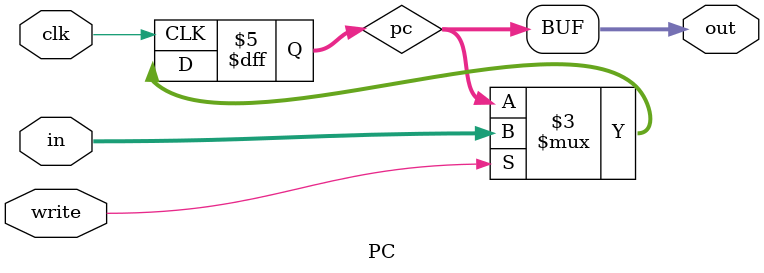
<source format=v>
module PC(clk, write, in, out);

input wire clk;
input wire write;
input wire [31:0] in;

output wire [31:0] out;

reg [31:0] pc = 0;

always @(posedge clk) begin
    if (write) pc <= in;
end

assign out = pc;

endmodule

</source>
